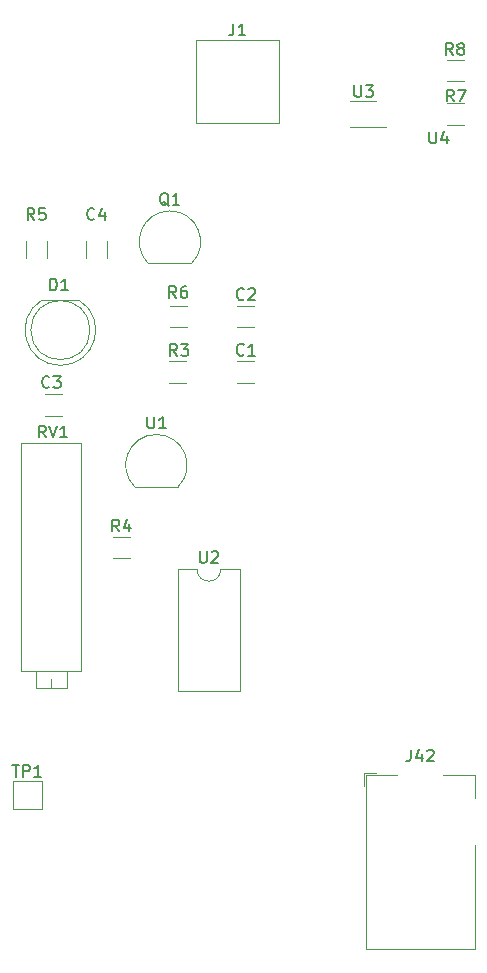
<source format=gbr>
%TF.GenerationSoftware,KiCad,Pcbnew,(5.1.10)-1*%
%TF.CreationDate,2021-08-06T14:13:42-04:00*%
%TF.ProjectId,LED_Pulser,4c45445f-5075-46c7-9365-722e6b696361,rev?*%
%TF.SameCoordinates,Original*%
%TF.FileFunction,Legend,Top*%
%TF.FilePolarity,Positive*%
%FSLAX46Y46*%
G04 Gerber Fmt 4.6, Leading zero omitted, Abs format (unit mm)*
G04 Created by KiCad (PCBNEW (5.1.10)-1) date 2021-08-06 14:13:42*
%MOMM*%
%LPD*%
G01*
G04 APERTURE LIST*
%ADD10C,0.120000*%
%ADD11C,0.150000*%
G04 APERTURE END LIST*
D10*
%TO.C,RV1*%
X161295000Y-141088000D02*
X161295000Y-121798000D01*
X166365000Y-141088000D02*
X166365000Y-121798000D01*
X161295000Y-141088000D02*
X166365000Y-141088000D01*
X161295000Y-121798000D02*
X166365000Y-121798000D01*
X162531000Y-142608000D02*
X162531000Y-141089000D01*
X165130000Y-142608000D02*
X165130000Y-141089000D01*
X162531000Y-142608000D02*
X165130000Y-142608000D01*
X162531000Y-141089000D02*
X165130000Y-141089000D01*
X163830000Y-142608000D02*
X163830000Y-141849000D01*
%TO.C,C2*%
X179579748Y-110215000D02*
X181002252Y-110215000D01*
X179579748Y-112035000D02*
X181002252Y-112035000D01*
%TO.C,J42*%
X191322000Y-149776000D02*
X190272000Y-149776000D01*
X190272000Y-150826000D02*
X190272000Y-149776000D01*
X199672000Y-155876000D02*
X199672000Y-164676000D01*
X199672000Y-164676000D02*
X190472000Y-164676000D01*
X196972000Y-149976000D02*
X199672000Y-149976000D01*
X199672000Y-149976000D02*
X199672000Y-151876000D01*
X190472000Y-164676000D02*
X190472000Y-149976000D01*
X190472000Y-149976000D02*
X193072000Y-149976000D01*
%TO.C,U1*%
X170881522Y-125536478D02*
G75*
G02*
X172720000Y-121098000I1838478J1838478D01*
G01*
X174558478Y-125536478D02*
G75*
G03*
X172720000Y-121098000I-1838478J1838478D01*
G01*
X170920000Y-125548000D02*
X174520000Y-125548000D01*
%TO.C,J1*%
X176072800Y-87680800D02*
X183083200Y-87680800D01*
X183083200Y-87680800D02*
X183083200Y-94691200D01*
X183083200Y-94691200D02*
X176072800Y-94691200D01*
X176072800Y-94691200D02*
X176072800Y-87680800D01*
%TO.C,U3*%
X189146000Y-95080000D02*
X192146000Y-95080000D01*
X189146000Y-92880000D02*
X191346000Y-92880000D01*
%TO.C,U2*%
X176165000Y-132528000D02*
X174515000Y-132528000D01*
X174515000Y-132528000D02*
X174515000Y-142808000D01*
X174515000Y-142808000D02*
X179815000Y-142808000D01*
X179815000Y-142808000D02*
X179815000Y-132528000D01*
X179815000Y-132528000D02*
X178165000Y-132528000D01*
X178165000Y-132528000D02*
G75*
G02*
X176165000Y-132528000I-1000000J0D01*
G01*
%TO.C,TP1*%
X160598000Y-150438000D02*
X162998000Y-150438000D01*
X162998000Y-150438000D02*
X162998000Y-152838000D01*
X162998000Y-152838000D02*
X160598000Y-152838000D01*
X160598000Y-152838000D02*
X160598000Y-150438000D01*
%TO.C,R8*%
X197331436Y-89387000D02*
X198785564Y-89387000D01*
X197331436Y-91207000D02*
X198785564Y-91207000D01*
%TO.C,R7*%
X197331436Y-93070000D02*
X198785564Y-93070000D01*
X197331436Y-94890000D02*
X198785564Y-94890000D01*
%TO.C,R6*%
X175286564Y-112035000D02*
X173832436Y-112035000D01*
X175286564Y-110215000D02*
X173832436Y-110215000D01*
%TO.C,R5*%
X161650000Y-106198564D02*
X161650000Y-104744436D01*
X163470000Y-106198564D02*
X163470000Y-104744436D01*
%TO.C,R4*%
X169010436Y-129773000D02*
X170464564Y-129773000D01*
X169010436Y-131593000D02*
X170464564Y-131593000D01*
%TO.C,R3*%
X173770936Y-114914000D02*
X175225064Y-114914000D01*
X173770936Y-116734000D02*
X175225064Y-116734000D01*
%TO.C,Q1*%
X172063000Y-106625000D02*
X175663000Y-106625000D01*
X175701478Y-106613478D02*
G75*
G03*
X173863000Y-102175000I-1838478J1838478D01*
G01*
X172024522Y-106613478D02*
G75*
G02*
X173863000Y-102175000I1838478J1838478D01*
G01*
%TO.C,D1*%
X166137000Y-109708000D02*
X163047000Y-109708000D01*
X167092000Y-112268000D02*
G75*
G03*
X167092000Y-112268000I-2500000J0D01*
G01*
X164591538Y-115258000D02*
G75*
G03*
X166136830Y-109708000I462J2990000D01*
G01*
X164592462Y-115258000D02*
G75*
G02*
X163047170Y-109708000I-462J2990000D01*
G01*
%TO.C,C4*%
X168550000Y-104747748D02*
X168550000Y-106170252D01*
X166730000Y-104747748D02*
X166730000Y-106170252D01*
%TO.C,C3*%
X164746252Y-119528000D02*
X163323748Y-119528000D01*
X164746252Y-117708000D02*
X163323748Y-117708000D01*
%TO.C,C1*%
X179579748Y-114914000D02*
X181002252Y-114914000D01*
X179579748Y-116734000D02*
X181002252Y-116734000D01*
%TO.C,RV1*%
D11*
X163361761Y-121356380D02*
X163028428Y-120880190D01*
X162790333Y-121356380D02*
X162790333Y-120356380D01*
X163171285Y-120356380D01*
X163266523Y-120404000D01*
X163314142Y-120451619D01*
X163361761Y-120546857D01*
X163361761Y-120689714D01*
X163314142Y-120784952D01*
X163266523Y-120832571D01*
X163171285Y-120880190D01*
X162790333Y-120880190D01*
X163647476Y-120356380D02*
X163980809Y-121356380D01*
X164314142Y-120356380D01*
X165171285Y-121356380D02*
X164599857Y-121356380D01*
X164885571Y-121356380D02*
X164885571Y-120356380D01*
X164790333Y-120499238D01*
X164695095Y-120594476D01*
X164599857Y-120642095D01*
%TO.C,C2*%
X180124333Y-109632142D02*
X180076714Y-109679761D01*
X179933857Y-109727380D01*
X179838619Y-109727380D01*
X179695761Y-109679761D01*
X179600523Y-109584523D01*
X179552904Y-109489285D01*
X179505285Y-109298809D01*
X179505285Y-109155952D01*
X179552904Y-108965476D01*
X179600523Y-108870238D01*
X179695761Y-108775000D01*
X179838619Y-108727380D01*
X179933857Y-108727380D01*
X180076714Y-108775000D01*
X180124333Y-108822619D01*
X180505285Y-108822619D02*
X180552904Y-108775000D01*
X180648142Y-108727380D01*
X180886238Y-108727380D01*
X180981476Y-108775000D01*
X181029095Y-108822619D01*
X181076714Y-108917857D01*
X181076714Y-109013095D01*
X181029095Y-109155952D01*
X180457666Y-109727380D01*
X181076714Y-109727380D01*
%TO.C,J42*%
X194262476Y-147788380D02*
X194262476Y-148502666D01*
X194214857Y-148645523D01*
X194119619Y-148740761D01*
X193976761Y-148788380D01*
X193881523Y-148788380D01*
X195167238Y-148121714D02*
X195167238Y-148788380D01*
X194929142Y-147740761D02*
X194691047Y-148455047D01*
X195310095Y-148455047D01*
X195643428Y-147883619D02*
X195691047Y-147836000D01*
X195786285Y-147788380D01*
X196024380Y-147788380D01*
X196119619Y-147836000D01*
X196167238Y-147883619D01*
X196214857Y-147978857D01*
X196214857Y-148074095D01*
X196167238Y-148216952D01*
X195595809Y-148788380D01*
X196214857Y-148788380D01*
%TO.C,U1*%
X171958095Y-119590380D02*
X171958095Y-120399904D01*
X172005714Y-120495142D01*
X172053333Y-120542761D01*
X172148571Y-120590380D01*
X172339047Y-120590380D01*
X172434285Y-120542761D01*
X172481904Y-120495142D01*
X172529523Y-120399904D01*
X172529523Y-119590380D01*
X173529523Y-120590380D02*
X172958095Y-120590380D01*
X173243809Y-120590380D02*
X173243809Y-119590380D01*
X173148571Y-119733238D01*
X173053333Y-119828476D01*
X172958095Y-119876095D01*
%TO.C,U4*%
X195834095Y-95464380D02*
X195834095Y-96273904D01*
X195881714Y-96369142D01*
X195929333Y-96416761D01*
X196024571Y-96464380D01*
X196215047Y-96464380D01*
X196310285Y-96416761D01*
X196357904Y-96369142D01*
X196405523Y-96273904D01*
X196405523Y-95464380D01*
X197310285Y-95797714D02*
X197310285Y-96464380D01*
X197072190Y-95416761D02*
X196834095Y-96131047D01*
X197453142Y-96131047D01*
%TO.C,J1*%
X179244666Y-86320380D02*
X179244666Y-87034666D01*
X179197047Y-87177523D01*
X179101809Y-87272761D01*
X178958952Y-87320380D01*
X178863714Y-87320380D01*
X180244666Y-87320380D02*
X179673238Y-87320380D01*
X179958952Y-87320380D02*
X179958952Y-86320380D01*
X179863714Y-86463238D01*
X179768476Y-86558476D01*
X179673238Y-86606095D01*
%TO.C,U3*%
X189484095Y-91527380D02*
X189484095Y-92336904D01*
X189531714Y-92432142D01*
X189579333Y-92479761D01*
X189674571Y-92527380D01*
X189865047Y-92527380D01*
X189960285Y-92479761D01*
X190007904Y-92432142D01*
X190055523Y-92336904D01*
X190055523Y-91527380D01*
X190436476Y-91527380D02*
X191055523Y-91527380D01*
X190722190Y-91908333D01*
X190865047Y-91908333D01*
X190960285Y-91955952D01*
X191007904Y-92003571D01*
X191055523Y-92098809D01*
X191055523Y-92336904D01*
X191007904Y-92432142D01*
X190960285Y-92479761D01*
X190865047Y-92527380D01*
X190579333Y-92527380D01*
X190484095Y-92479761D01*
X190436476Y-92432142D01*
%TO.C,U2*%
X176403095Y-130980380D02*
X176403095Y-131789904D01*
X176450714Y-131885142D01*
X176498333Y-131932761D01*
X176593571Y-131980380D01*
X176784047Y-131980380D01*
X176879285Y-131932761D01*
X176926904Y-131885142D01*
X176974523Y-131789904D01*
X176974523Y-130980380D01*
X177403095Y-131075619D02*
X177450714Y-131028000D01*
X177545952Y-130980380D01*
X177784047Y-130980380D01*
X177879285Y-131028000D01*
X177926904Y-131075619D01*
X177974523Y-131170857D01*
X177974523Y-131266095D01*
X177926904Y-131408952D01*
X177355476Y-131980380D01*
X177974523Y-131980380D01*
%TO.C,TP1*%
X160536095Y-149092380D02*
X161107523Y-149092380D01*
X160821809Y-150092380D02*
X160821809Y-149092380D01*
X161440857Y-150092380D02*
X161440857Y-149092380D01*
X161821809Y-149092380D01*
X161917047Y-149140000D01*
X161964666Y-149187619D01*
X162012285Y-149282857D01*
X162012285Y-149425714D01*
X161964666Y-149520952D01*
X161917047Y-149568571D01*
X161821809Y-149616190D01*
X161440857Y-149616190D01*
X162964666Y-150092380D02*
X162393238Y-150092380D01*
X162678952Y-150092380D02*
X162678952Y-149092380D01*
X162583714Y-149235238D01*
X162488476Y-149330476D01*
X162393238Y-149378095D01*
%TO.C,R8*%
X197826333Y-88971380D02*
X197493000Y-88495190D01*
X197254904Y-88971380D02*
X197254904Y-87971380D01*
X197635857Y-87971380D01*
X197731095Y-88019000D01*
X197778714Y-88066619D01*
X197826333Y-88161857D01*
X197826333Y-88304714D01*
X197778714Y-88399952D01*
X197731095Y-88447571D01*
X197635857Y-88495190D01*
X197254904Y-88495190D01*
X198397761Y-88399952D02*
X198302523Y-88352333D01*
X198254904Y-88304714D01*
X198207285Y-88209476D01*
X198207285Y-88161857D01*
X198254904Y-88066619D01*
X198302523Y-88019000D01*
X198397761Y-87971380D01*
X198588238Y-87971380D01*
X198683476Y-88019000D01*
X198731095Y-88066619D01*
X198778714Y-88161857D01*
X198778714Y-88209476D01*
X198731095Y-88304714D01*
X198683476Y-88352333D01*
X198588238Y-88399952D01*
X198397761Y-88399952D01*
X198302523Y-88447571D01*
X198254904Y-88495190D01*
X198207285Y-88590428D01*
X198207285Y-88780904D01*
X198254904Y-88876142D01*
X198302523Y-88923761D01*
X198397761Y-88971380D01*
X198588238Y-88971380D01*
X198683476Y-88923761D01*
X198731095Y-88876142D01*
X198778714Y-88780904D01*
X198778714Y-88590428D01*
X198731095Y-88495190D01*
X198683476Y-88447571D01*
X198588238Y-88399952D01*
%TO.C,R7*%
X197891833Y-92908380D02*
X197558500Y-92432190D01*
X197320404Y-92908380D02*
X197320404Y-91908380D01*
X197701357Y-91908380D01*
X197796595Y-91956000D01*
X197844214Y-92003619D01*
X197891833Y-92098857D01*
X197891833Y-92241714D01*
X197844214Y-92336952D01*
X197796595Y-92384571D01*
X197701357Y-92432190D01*
X197320404Y-92432190D01*
X198225166Y-91908380D02*
X198891833Y-91908380D01*
X198463261Y-92908380D01*
%TO.C,R6*%
X174392833Y-109545380D02*
X174059500Y-109069190D01*
X173821404Y-109545380D02*
X173821404Y-108545380D01*
X174202357Y-108545380D01*
X174297595Y-108593000D01*
X174345214Y-108640619D01*
X174392833Y-108735857D01*
X174392833Y-108878714D01*
X174345214Y-108973952D01*
X174297595Y-109021571D01*
X174202357Y-109069190D01*
X173821404Y-109069190D01*
X175249976Y-108545380D02*
X175059500Y-108545380D01*
X174964261Y-108593000D01*
X174916642Y-108640619D01*
X174821404Y-108783476D01*
X174773785Y-108973952D01*
X174773785Y-109354904D01*
X174821404Y-109450142D01*
X174869023Y-109497761D01*
X174964261Y-109545380D01*
X175154738Y-109545380D01*
X175249976Y-109497761D01*
X175297595Y-109450142D01*
X175345214Y-109354904D01*
X175345214Y-109116809D01*
X175297595Y-109021571D01*
X175249976Y-108973952D01*
X175154738Y-108926333D01*
X174964261Y-108926333D01*
X174869023Y-108973952D01*
X174821404Y-109021571D01*
X174773785Y-109116809D01*
%TO.C,R5*%
X162393333Y-102941380D02*
X162060000Y-102465190D01*
X161821904Y-102941380D02*
X161821904Y-101941380D01*
X162202857Y-101941380D01*
X162298095Y-101989000D01*
X162345714Y-102036619D01*
X162393333Y-102131857D01*
X162393333Y-102274714D01*
X162345714Y-102369952D01*
X162298095Y-102417571D01*
X162202857Y-102465190D01*
X161821904Y-102465190D01*
X163298095Y-101941380D02*
X162821904Y-101941380D01*
X162774285Y-102417571D01*
X162821904Y-102369952D01*
X162917142Y-102322333D01*
X163155238Y-102322333D01*
X163250476Y-102369952D01*
X163298095Y-102417571D01*
X163345714Y-102512809D01*
X163345714Y-102750904D01*
X163298095Y-102846142D01*
X163250476Y-102893761D01*
X163155238Y-102941380D01*
X162917142Y-102941380D01*
X162821904Y-102893761D01*
X162774285Y-102846142D01*
%TO.C,R4*%
X169570833Y-129315380D02*
X169237500Y-128839190D01*
X168999404Y-129315380D02*
X168999404Y-128315380D01*
X169380357Y-128315380D01*
X169475595Y-128363000D01*
X169523214Y-128410619D01*
X169570833Y-128505857D01*
X169570833Y-128648714D01*
X169523214Y-128743952D01*
X169475595Y-128791571D01*
X169380357Y-128839190D01*
X168999404Y-128839190D01*
X170427976Y-128648714D02*
X170427976Y-129315380D01*
X170189880Y-128267761D02*
X169951785Y-128982047D01*
X170570833Y-128982047D01*
%TO.C,R3*%
X174458333Y-114456380D02*
X174125000Y-113980190D01*
X173886904Y-114456380D02*
X173886904Y-113456380D01*
X174267857Y-113456380D01*
X174363095Y-113504000D01*
X174410714Y-113551619D01*
X174458333Y-113646857D01*
X174458333Y-113789714D01*
X174410714Y-113884952D01*
X174363095Y-113932571D01*
X174267857Y-113980190D01*
X173886904Y-113980190D01*
X174791666Y-113456380D02*
X175410714Y-113456380D01*
X175077380Y-113837333D01*
X175220238Y-113837333D01*
X175315476Y-113884952D01*
X175363095Y-113932571D01*
X175410714Y-114027809D01*
X175410714Y-114265904D01*
X175363095Y-114361142D01*
X175315476Y-114408761D01*
X175220238Y-114456380D01*
X174934523Y-114456380D01*
X174839285Y-114408761D01*
X174791666Y-114361142D01*
%TO.C,Q1*%
X173767761Y-101762619D02*
X173672523Y-101715000D01*
X173577285Y-101619761D01*
X173434428Y-101476904D01*
X173339190Y-101429285D01*
X173243952Y-101429285D01*
X173291571Y-101667380D02*
X173196333Y-101619761D01*
X173101095Y-101524523D01*
X173053476Y-101334047D01*
X173053476Y-101000714D01*
X173101095Y-100810238D01*
X173196333Y-100715000D01*
X173291571Y-100667380D01*
X173482047Y-100667380D01*
X173577285Y-100715000D01*
X173672523Y-100810238D01*
X173720142Y-101000714D01*
X173720142Y-101334047D01*
X173672523Y-101524523D01*
X173577285Y-101619761D01*
X173482047Y-101667380D01*
X173291571Y-101667380D01*
X174672523Y-101667380D02*
X174101095Y-101667380D01*
X174386809Y-101667380D02*
X174386809Y-100667380D01*
X174291571Y-100810238D01*
X174196333Y-100905476D01*
X174101095Y-100953095D01*
%TO.C,D1*%
X163726904Y-108910380D02*
X163726904Y-107910380D01*
X163965000Y-107910380D01*
X164107857Y-107958000D01*
X164203095Y-108053238D01*
X164250714Y-108148476D01*
X164298333Y-108338952D01*
X164298333Y-108481809D01*
X164250714Y-108672285D01*
X164203095Y-108767523D01*
X164107857Y-108862761D01*
X163965000Y-108910380D01*
X163726904Y-108910380D01*
X165250714Y-108910380D02*
X164679285Y-108910380D01*
X164965000Y-108910380D02*
X164965000Y-107910380D01*
X164869761Y-108053238D01*
X164774523Y-108148476D01*
X164679285Y-108196095D01*
%TO.C,C4*%
X167473333Y-102846142D02*
X167425714Y-102893761D01*
X167282857Y-102941380D01*
X167187619Y-102941380D01*
X167044761Y-102893761D01*
X166949523Y-102798523D01*
X166901904Y-102703285D01*
X166854285Y-102512809D01*
X166854285Y-102369952D01*
X166901904Y-102179476D01*
X166949523Y-102084238D01*
X167044761Y-101989000D01*
X167187619Y-101941380D01*
X167282857Y-101941380D01*
X167425714Y-101989000D01*
X167473333Y-102036619D01*
X168330476Y-102274714D02*
X168330476Y-102941380D01*
X168092380Y-101893761D02*
X167854285Y-102608047D01*
X168473333Y-102608047D01*
%TO.C,C3*%
X163663333Y-117070142D02*
X163615714Y-117117761D01*
X163472857Y-117165380D01*
X163377619Y-117165380D01*
X163234761Y-117117761D01*
X163139523Y-117022523D01*
X163091904Y-116927285D01*
X163044285Y-116736809D01*
X163044285Y-116593952D01*
X163091904Y-116403476D01*
X163139523Y-116308238D01*
X163234761Y-116213000D01*
X163377619Y-116165380D01*
X163472857Y-116165380D01*
X163615714Y-116213000D01*
X163663333Y-116260619D01*
X163996666Y-116165380D02*
X164615714Y-116165380D01*
X164282380Y-116546333D01*
X164425238Y-116546333D01*
X164520476Y-116593952D01*
X164568095Y-116641571D01*
X164615714Y-116736809D01*
X164615714Y-116974904D01*
X164568095Y-117070142D01*
X164520476Y-117117761D01*
X164425238Y-117165380D01*
X164139523Y-117165380D01*
X164044285Y-117117761D01*
X163996666Y-117070142D01*
%TO.C,C1*%
X180124333Y-114331142D02*
X180076714Y-114378761D01*
X179933857Y-114426380D01*
X179838619Y-114426380D01*
X179695761Y-114378761D01*
X179600523Y-114283523D01*
X179552904Y-114188285D01*
X179505285Y-113997809D01*
X179505285Y-113854952D01*
X179552904Y-113664476D01*
X179600523Y-113569238D01*
X179695761Y-113474000D01*
X179838619Y-113426380D01*
X179933857Y-113426380D01*
X180076714Y-113474000D01*
X180124333Y-113521619D01*
X181076714Y-114426380D02*
X180505285Y-114426380D01*
X180791000Y-114426380D02*
X180791000Y-113426380D01*
X180695761Y-113569238D01*
X180600523Y-113664476D01*
X180505285Y-113712095D01*
%TD*%
M02*

</source>
